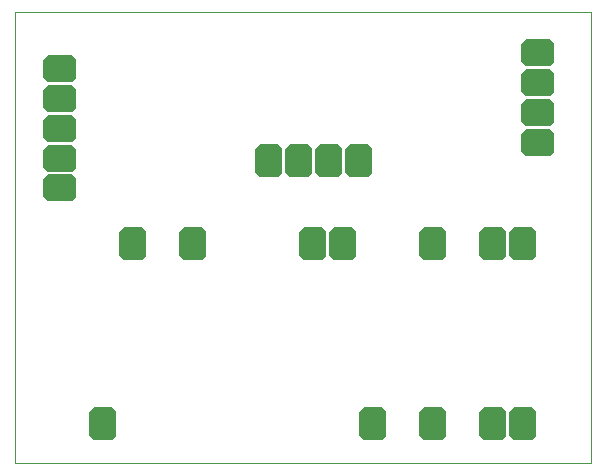
<source format=gbr>
G04 PROTEUS GERBER X2 FILE*
%TF.GenerationSoftware,Labcenter,Proteus,8.15-SP1-Build34318*%
%TF.CreationDate,2023-09-27T19:38:38+00:00*%
%TF.FileFunction,Soldermask,Bot*%
%TF.FilePolarity,Negative*%
%TF.Part,Single*%
%TF.SameCoordinates,{be505f4d-15cc-4587-884f-e736d1e3a9c5}*%
%FSLAX45Y45*%
%MOMM*%
G01*
%AMPPAD004*
4,1,8,
0.763800,1.397000,
-0.763800,1.397000,
-1.143000,1.017800,
-1.143000,-1.017800,
-0.763800,-1.397000,
0.763800,-1.397000,
1.143000,-1.017800,
1.143000,1.017800,
0.763800,1.397000,
0*%
%TA.AperFunction,Material*%
%ADD14PPAD004*%
%AMPPAD005*
4,1,8,
1.397000,-0.763800,
1.397000,0.763800,
1.017800,1.143000,
-1.017800,1.143000,
-1.397000,0.763800,
-1.397000,-0.763800,
-1.017800,-1.143000,
1.017800,-1.143000,
1.397000,-0.763800,
0*%
%ADD15PPAD005*%
%TA.AperFunction,Profile*%
%ADD13C,0.101600*%
%TD.AperFunction*%
D14*
X-2465900Y+2733300D03*
X-2719900Y+2733300D03*
X-2973900Y+2733300D03*
X-3227900Y+2733300D03*
D15*
X-955740Y+2879160D03*
X-955740Y+3133160D03*
X-955740Y+3387160D03*
X-955740Y+3641160D03*
X-5000000Y+2500000D03*
X-5000000Y+2750000D03*
X-5000000Y+3004000D03*
X-5000000Y+3258000D03*
X-5000000Y+3512000D03*
D14*
X-1079500Y+508000D03*
X-1333500Y+508000D03*
X-1841500Y+508000D03*
X-2349500Y+508000D03*
X-4635500Y+508000D03*
X-4381500Y+2032000D03*
X-3873500Y+2032000D03*
X-2857500Y+2032000D03*
X-2603500Y+2032000D03*
X-1841500Y+2032000D03*
X-1333500Y+2032000D03*
X-1079500Y+2032000D03*
D13*
X-5380000Y+173000D02*
X-500000Y+173000D01*
X-500000Y+3990500D01*
X-5380000Y+3990500D01*
X-5380000Y+173000D01*
M02*

</source>
